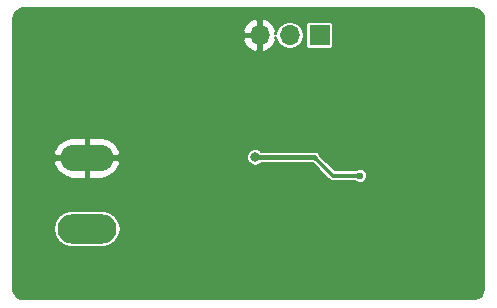
<source format=gbr>
G04 #@! TF.GenerationSoftware,KiCad,Pcbnew,(5.0.2)-1*
G04 #@! TF.CreationDate,2019-08-11T23:26:23-04:00*
G04 #@! TF.ProjectId,LTC3265,4c544333-3236-4352-9e6b-696361645f70,rev?*
G04 #@! TF.SameCoordinates,Original*
G04 #@! TF.FileFunction,Copper,L2,Bot*
G04 #@! TF.FilePolarity,Positive*
%FSLAX46Y46*%
G04 Gerber Fmt 4.6, Leading zero omitted, Abs format (unit mm)*
G04 Created by KiCad (PCBNEW (5.0.2)-1) date 8/11/2019 11:26:23 PM*
%MOMM*%
%LPD*%
G01*
G04 APERTURE LIST*
G04 #@! TA.AperFunction,ComponentPad*
%ADD10O,5.000000X2.500000*%
G04 #@! TD*
G04 #@! TA.AperFunction,ComponentPad*
%ADD11O,4.500000X2.250000*%
G04 #@! TD*
G04 #@! TA.AperFunction,ComponentPad*
%ADD12R,1.700000X1.700000*%
G04 #@! TD*
G04 #@! TA.AperFunction,ComponentPad*
%ADD13O,1.700000X1.700000*%
G04 #@! TD*
G04 #@! TA.AperFunction,ViaPad*
%ADD14C,0.600000*%
G04 #@! TD*
G04 #@! TA.AperFunction,ViaPad*
%ADD15C,0.800000*%
G04 #@! TD*
G04 #@! TA.AperFunction,Conductor*
%ADD16C,0.300000*%
G04 #@! TD*
G04 #@! TA.AperFunction,Conductor*
%ADD17C,0.400000*%
G04 #@! TD*
G04 #@! TA.AperFunction,Conductor*
%ADD18C,0.200000*%
G04 #@! TD*
G04 APERTURE END LIST*
D10*
G04 #@! TO.P,J1,1*
G04 #@! TO.N,+9V*
X108267500Y-87630000D03*
D11*
G04 #@! TO.P,J1,2*
G04 #@! TO.N,GND*
X108267500Y-81630000D03*
G04 #@! TD*
D12*
G04 #@! TO.P,J2,1*
G04 #@! TO.N,/+15V*
X127952500Y-71247000D03*
D13*
G04 #@! TO.P,J2,2*
G04 #@! TO.N,/-15V*
X125412500Y-71247000D03*
G04 #@! TO.P,J2,3*
G04 #@! TO.N,GND*
X122872500Y-71247000D03*
G04 #@! TD*
D14*
G04 #@! TO.N,GND*
X131381500Y-82359500D03*
X131381500Y-83883500D03*
D15*
X115824000Y-79184500D03*
X114109500Y-81851500D03*
X117411500Y-79184500D03*
X118935500Y-79184500D03*
X115443000Y-84582000D03*
X116967000Y-84582000D03*
X113855500Y-87630000D03*
X113855500Y-89344500D03*
X115697000Y-89662000D03*
X122555000Y-90043000D03*
X122555000Y-91567000D03*
X121221500Y-92773500D03*
X136271000Y-73558400D03*
X137858500Y-74320400D03*
X137858500Y-75717400D03*
X139001500Y-76225400D03*
X140589000Y-76669900D03*
X137350500Y-81622900D03*
X137350500Y-82892900D03*
X136461500Y-84035900D03*
X125476000Y-90043000D03*
X127063500Y-89535000D03*
X134874000Y-73558400D03*
X127000000Y-73660000D03*
X127000000Y-74930000D03*
X127000000Y-76200000D03*
X127000000Y-77470000D03*
D14*
G04 #@! TO.N,+9V*
X131381500Y-83121500D03*
D15*
X122491500Y-81580000D03*
G04 #@! TD*
D16*
G04 #@! TO.N,+9V*
X131381500Y-83121500D02*
X129032000Y-83121500D01*
X129032000Y-83121500D02*
X127508000Y-81597500D01*
D17*
X127490500Y-81580000D02*
X122491500Y-81580000D01*
X127508000Y-81597500D02*
X127490500Y-81580000D01*
G04 #@! TD*
D18*
G04 #@! TO.N,GND*
G36*
X141274129Y-69014411D02*
X141541574Y-69168821D01*
X141740083Y-69405394D01*
X141851436Y-69711334D01*
X141865001Y-69866384D01*
X141865000Y-92677191D01*
X141805589Y-93014130D01*
X141651178Y-93281576D01*
X141414607Y-93480082D01*
X141108666Y-93591436D01*
X140953628Y-93605000D01*
X102902809Y-93605000D01*
X102565870Y-93545589D01*
X102298424Y-93391178D01*
X102099918Y-93154607D01*
X101988564Y-92848666D01*
X101975000Y-92693628D01*
X101975000Y-87630000D01*
X105437134Y-87630000D01*
X105557432Y-88234780D01*
X105900012Y-88747488D01*
X106412720Y-89090068D01*
X106864840Y-89180000D01*
X109670160Y-89180000D01*
X110122280Y-89090068D01*
X110634988Y-88747488D01*
X110977568Y-88234780D01*
X111097866Y-87630000D01*
X110977568Y-87025220D01*
X110634988Y-86512512D01*
X110122280Y-86169932D01*
X109670160Y-86080000D01*
X106864840Y-86080000D01*
X106412720Y-86169932D01*
X105900012Y-86512512D01*
X105557432Y-87025220D01*
X105437134Y-87630000D01*
X101975000Y-87630000D01*
X101975000Y-81207868D01*
X105461699Y-81207868D01*
X105569018Y-81476000D01*
X106467451Y-81476000D01*
X106467450Y-81784000D01*
X105569018Y-81784000D01*
X105461699Y-82052132D01*
X105482483Y-82150913D01*
X105808189Y-82746522D01*
X106337032Y-83172150D01*
X106988500Y-83363000D01*
X108113500Y-83363000D01*
X108113500Y-82430050D01*
X108421500Y-82430050D01*
X108421500Y-83363000D01*
X109546500Y-83363000D01*
X110197968Y-83172150D01*
X110726811Y-82746522D01*
X111052517Y-82150913D01*
X111073301Y-82052132D01*
X110965982Y-81784000D01*
X110067550Y-81784000D01*
X110067550Y-81476000D01*
X110965982Y-81476000D01*
X110980086Y-81440761D01*
X121791500Y-81440761D01*
X121791500Y-81719239D01*
X121898068Y-81976518D01*
X122094982Y-82173432D01*
X122352261Y-82280000D01*
X122630739Y-82280000D01*
X122888018Y-82173432D01*
X122981450Y-82080000D01*
X127354105Y-82080000D01*
X128682462Y-83408357D01*
X128707568Y-83445932D01*
X128809489Y-83514033D01*
X128856417Y-83545390D01*
X128856418Y-83545390D01*
X128856419Y-83545391D01*
X128987679Y-83571500D01*
X128987682Y-83571500D01*
X129031999Y-83580315D01*
X129076316Y-83571500D01*
X130982971Y-83571500D01*
X131041627Y-83630156D01*
X131262153Y-83721500D01*
X131500847Y-83721500D01*
X131721373Y-83630156D01*
X131890156Y-83461373D01*
X131981500Y-83240847D01*
X131981500Y-83002153D01*
X131890156Y-82781627D01*
X131721373Y-82612844D01*
X131500847Y-82521500D01*
X131262153Y-82521500D01*
X131041627Y-82612844D01*
X130982971Y-82671500D01*
X129218396Y-82671500D01*
X127986359Y-81439464D01*
X127978989Y-81402411D01*
X127896373Y-81278767D01*
X127878877Y-81261271D01*
X127850980Y-81219520D01*
X127685590Y-81109011D01*
X127539743Y-81080000D01*
X127539741Y-81080000D01*
X127490500Y-81070205D01*
X127441259Y-81080000D01*
X122981450Y-81080000D01*
X122888018Y-80986568D01*
X122630739Y-80880000D01*
X122352261Y-80880000D01*
X122094982Y-80986568D01*
X121898068Y-81183482D01*
X121791500Y-81440761D01*
X110980086Y-81440761D01*
X111073301Y-81207868D01*
X111052517Y-81109087D01*
X110726811Y-80513478D01*
X110197968Y-80087850D01*
X109546500Y-79897000D01*
X108421500Y-79897000D01*
X108421500Y-80829950D01*
X108113500Y-80829950D01*
X108113500Y-79897000D01*
X106988500Y-79897000D01*
X106337032Y-80087850D01*
X105808189Y-80513478D01*
X105482483Y-81109087D01*
X105461699Y-81207868D01*
X101975000Y-81207868D01*
X101975000Y-71625911D01*
X121464585Y-71625911D01*
X121716759Y-72135854D01*
X122144884Y-72510477D01*
X122493590Y-72654903D01*
X122718500Y-72543889D01*
X122718500Y-71401000D01*
X121574644Y-71401000D01*
X121464585Y-71625911D01*
X101975000Y-71625911D01*
X101975000Y-70868089D01*
X121464585Y-70868089D01*
X121574644Y-71093000D01*
X122718500Y-71093000D01*
X122718500Y-69950111D01*
X123026500Y-69950111D01*
X123026500Y-71093000D01*
X123046500Y-71093000D01*
X123046500Y-71401000D01*
X123026500Y-71401000D01*
X123026500Y-72543889D01*
X123251410Y-72654903D01*
X123600116Y-72510477D01*
X124028241Y-72135854D01*
X124280415Y-71625911D01*
X124170357Y-71401002D01*
X124270604Y-71401002D01*
X124329224Y-71695707D01*
X124583397Y-72076103D01*
X124963793Y-72330276D01*
X125299239Y-72397000D01*
X125525761Y-72397000D01*
X125861207Y-72330276D01*
X126241603Y-72076103D01*
X126495776Y-71695707D01*
X126585029Y-71247000D01*
X126495776Y-70798293D01*
X126241603Y-70417897D01*
X126210329Y-70397000D01*
X126796623Y-70397000D01*
X126796623Y-72097000D01*
X126819907Y-72214054D01*
X126886212Y-72313288D01*
X126985446Y-72379593D01*
X127102500Y-72402877D01*
X128802500Y-72402877D01*
X128919554Y-72379593D01*
X129018788Y-72313288D01*
X129085093Y-72214054D01*
X129108377Y-72097000D01*
X129108377Y-70397000D01*
X129085093Y-70279946D01*
X129018788Y-70180712D01*
X128919554Y-70114407D01*
X128802500Y-70091123D01*
X127102500Y-70091123D01*
X126985446Y-70114407D01*
X126886212Y-70180712D01*
X126819907Y-70279946D01*
X126796623Y-70397000D01*
X126210329Y-70397000D01*
X125861207Y-70163724D01*
X125525761Y-70097000D01*
X125299239Y-70097000D01*
X124963793Y-70163724D01*
X124583397Y-70417897D01*
X124329224Y-70798293D01*
X124270604Y-71092998D01*
X124170357Y-71092998D01*
X124280415Y-70868089D01*
X124028241Y-70358146D01*
X123600116Y-69983523D01*
X123251410Y-69839097D01*
X123026500Y-69950111D01*
X122718500Y-69950111D01*
X122493590Y-69839097D01*
X122144884Y-69983523D01*
X121716759Y-70358146D01*
X121464585Y-70868089D01*
X101975000Y-70868089D01*
X101975000Y-69882808D01*
X102034411Y-69545871D01*
X102188821Y-69278426D01*
X102425394Y-69079917D01*
X102731334Y-68968564D01*
X102886372Y-68955000D01*
X140937192Y-68955000D01*
X141274129Y-69014411D01*
X141274129Y-69014411D01*
G37*
X141274129Y-69014411D02*
X141541574Y-69168821D01*
X141740083Y-69405394D01*
X141851436Y-69711334D01*
X141865001Y-69866384D01*
X141865000Y-92677191D01*
X141805589Y-93014130D01*
X141651178Y-93281576D01*
X141414607Y-93480082D01*
X141108666Y-93591436D01*
X140953628Y-93605000D01*
X102902809Y-93605000D01*
X102565870Y-93545589D01*
X102298424Y-93391178D01*
X102099918Y-93154607D01*
X101988564Y-92848666D01*
X101975000Y-92693628D01*
X101975000Y-87630000D01*
X105437134Y-87630000D01*
X105557432Y-88234780D01*
X105900012Y-88747488D01*
X106412720Y-89090068D01*
X106864840Y-89180000D01*
X109670160Y-89180000D01*
X110122280Y-89090068D01*
X110634988Y-88747488D01*
X110977568Y-88234780D01*
X111097866Y-87630000D01*
X110977568Y-87025220D01*
X110634988Y-86512512D01*
X110122280Y-86169932D01*
X109670160Y-86080000D01*
X106864840Y-86080000D01*
X106412720Y-86169932D01*
X105900012Y-86512512D01*
X105557432Y-87025220D01*
X105437134Y-87630000D01*
X101975000Y-87630000D01*
X101975000Y-81207868D01*
X105461699Y-81207868D01*
X105569018Y-81476000D01*
X106467451Y-81476000D01*
X106467450Y-81784000D01*
X105569018Y-81784000D01*
X105461699Y-82052132D01*
X105482483Y-82150913D01*
X105808189Y-82746522D01*
X106337032Y-83172150D01*
X106988500Y-83363000D01*
X108113500Y-83363000D01*
X108113500Y-82430050D01*
X108421500Y-82430050D01*
X108421500Y-83363000D01*
X109546500Y-83363000D01*
X110197968Y-83172150D01*
X110726811Y-82746522D01*
X111052517Y-82150913D01*
X111073301Y-82052132D01*
X110965982Y-81784000D01*
X110067550Y-81784000D01*
X110067550Y-81476000D01*
X110965982Y-81476000D01*
X110980086Y-81440761D01*
X121791500Y-81440761D01*
X121791500Y-81719239D01*
X121898068Y-81976518D01*
X122094982Y-82173432D01*
X122352261Y-82280000D01*
X122630739Y-82280000D01*
X122888018Y-82173432D01*
X122981450Y-82080000D01*
X127354105Y-82080000D01*
X128682462Y-83408357D01*
X128707568Y-83445932D01*
X128809489Y-83514033D01*
X128856417Y-83545390D01*
X128856418Y-83545390D01*
X128856419Y-83545391D01*
X128987679Y-83571500D01*
X128987682Y-83571500D01*
X129031999Y-83580315D01*
X129076316Y-83571500D01*
X130982971Y-83571500D01*
X131041627Y-83630156D01*
X131262153Y-83721500D01*
X131500847Y-83721500D01*
X131721373Y-83630156D01*
X131890156Y-83461373D01*
X131981500Y-83240847D01*
X131981500Y-83002153D01*
X131890156Y-82781627D01*
X131721373Y-82612844D01*
X131500847Y-82521500D01*
X131262153Y-82521500D01*
X131041627Y-82612844D01*
X130982971Y-82671500D01*
X129218396Y-82671500D01*
X127986359Y-81439464D01*
X127978989Y-81402411D01*
X127896373Y-81278767D01*
X127878877Y-81261271D01*
X127850980Y-81219520D01*
X127685590Y-81109011D01*
X127539743Y-81080000D01*
X127539741Y-81080000D01*
X127490500Y-81070205D01*
X127441259Y-81080000D01*
X122981450Y-81080000D01*
X122888018Y-80986568D01*
X122630739Y-80880000D01*
X122352261Y-80880000D01*
X122094982Y-80986568D01*
X121898068Y-81183482D01*
X121791500Y-81440761D01*
X110980086Y-81440761D01*
X111073301Y-81207868D01*
X111052517Y-81109087D01*
X110726811Y-80513478D01*
X110197968Y-80087850D01*
X109546500Y-79897000D01*
X108421500Y-79897000D01*
X108421500Y-80829950D01*
X108113500Y-80829950D01*
X108113500Y-79897000D01*
X106988500Y-79897000D01*
X106337032Y-80087850D01*
X105808189Y-80513478D01*
X105482483Y-81109087D01*
X105461699Y-81207868D01*
X101975000Y-81207868D01*
X101975000Y-71625911D01*
X121464585Y-71625911D01*
X121716759Y-72135854D01*
X122144884Y-72510477D01*
X122493590Y-72654903D01*
X122718500Y-72543889D01*
X122718500Y-71401000D01*
X121574644Y-71401000D01*
X121464585Y-71625911D01*
X101975000Y-71625911D01*
X101975000Y-70868089D01*
X121464585Y-70868089D01*
X121574644Y-71093000D01*
X122718500Y-71093000D01*
X122718500Y-69950111D01*
X123026500Y-69950111D01*
X123026500Y-71093000D01*
X123046500Y-71093000D01*
X123046500Y-71401000D01*
X123026500Y-71401000D01*
X123026500Y-72543889D01*
X123251410Y-72654903D01*
X123600116Y-72510477D01*
X124028241Y-72135854D01*
X124280415Y-71625911D01*
X124170357Y-71401002D01*
X124270604Y-71401002D01*
X124329224Y-71695707D01*
X124583397Y-72076103D01*
X124963793Y-72330276D01*
X125299239Y-72397000D01*
X125525761Y-72397000D01*
X125861207Y-72330276D01*
X126241603Y-72076103D01*
X126495776Y-71695707D01*
X126585029Y-71247000D01*
X126495776Y-70798293D01*
X126241603Y-70417897D01*
X126210329Y-70397000D01*
X126796623Y-70397000D01*
X126796623Y-72097000D01*
X126819907Y-72214054D01*
X126886212Y-72313288D01*
X126985446Y-72379593D01*
X127102500Y-72402877D01*
X128802500Y-72402877D01*
X128919554Y-72379593D01*
X129018788Y-72313288D01*
X129085093Y-72214054D01*
X129108377Y-72097000D01*
X129108377Y-70397000D01*
X129085093Y-70279946D01*
X129018788Y-70180712D01*
X128919554Y-70114407D01*
X128802500Y-70091123D01*
X127102500Y-70091123D01*
X126985446Y-70114407D01*
X126886212Y-70180712D01*
X126819907Y-70279946D01*
X126796623Y-70397000D01*
X126210329Y-70397000D01*
X125861207Y-70163724D01*
X125525761Y-70097000D01*
X125299239Y-70097000D01*
X124963793Y-70163724D01*
X124583397Y-70417897D01*
X124329224Y-70798293D01*
X124270604Y-71092998D01*
X124170357Y-71092998D01*
X124280415Y-70868089D01*
X124028241Y-70358146D01*
X123600116Y-69983523D01*
X123251410Y-69839097D01*
X123026500Y-69950111D01*
X122718500Y-69950111D01*
X122493590Y-69839097D01*
X122144884Y-69983523D01*
X121716759Y-70358146D01*
X121464585Y-70868089D01*
X101975000Y-70868089D01*
X101975000Y-69882808D01*
X102034411Y-69545871D01*
X102188821Y-69278426D01*
X102425394Y-69079917D01*
X102731334Y-68968564D01*
X102886372Y-68955000D01*
X140937192Y-68955000D01*
X141274129Y-69014411D01*
G36*
X108421500Y-81476000D02*
X109467450Y-81476000D01*
X109467451Y-81784000D01*
X108421500Y-81784000D01*
X108421500Y-81829950D01*
X108113500Y-81829950D01*
X108113500Y-81784000D01*
X107067550Y-81784000D01*
X107067550Y-81476000D01*
X108113500Y-81476000D01*
X108113500Y-81430050D01*
X108421500Y-81430050D01*
X108421500Y-81476000D01*
X108421500Y-81476000D01*
G37*
X108421500Y-81476000D02*
X109467450Y-81476000D01*
X109467451Y-81784000D01*
X108421500Y-81784000D01*
X108421500Y-81829950D01*
X108113500Y-81829950D01*
X108113500Y-81784000D01*
X107067550Y-81784000D01*
X107067550Y-81476000D01*
X108113500Y-81476000D01*
X108113500Y-81430050D01*
X108421500Y-81430050D01*
X108421500Y-81476000D01*
G04 #@! TD*
M02*

</source>
